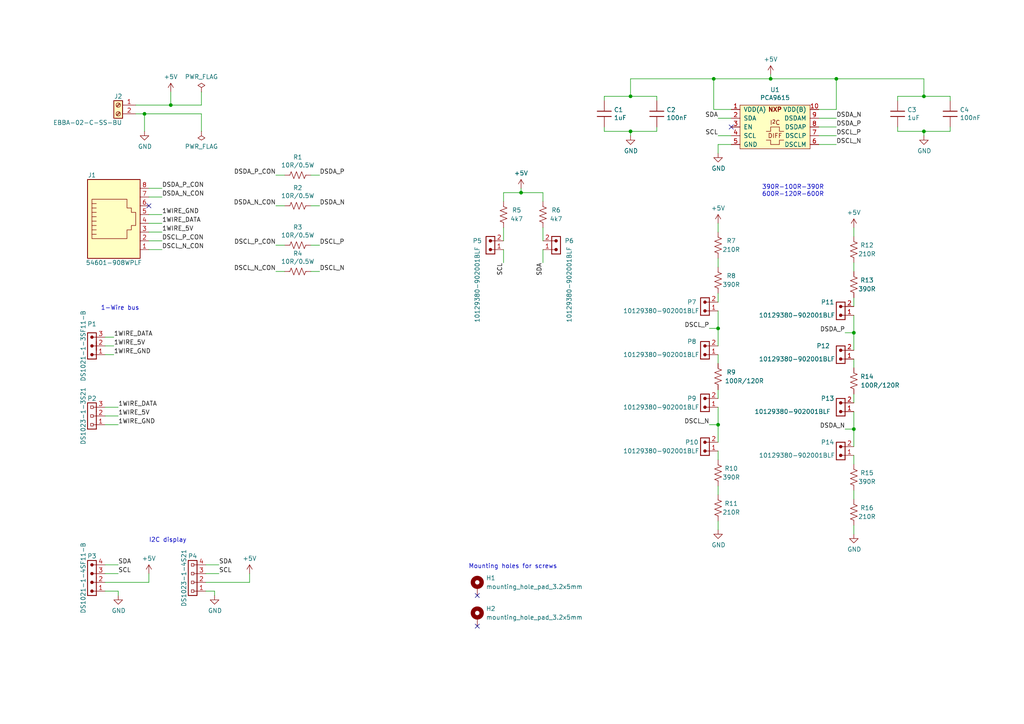
<source format=kicad_sch>
(kicad_sch (version 20230121) (generator eeschema)
  (paper "A4")
  (title_block (title "Testing board") (date "2023-07-28") (rev "v1.0") (company "Roman Labovsky (roman-labovsky.cz)"))
  (lib_symbols
    (symbol "capacitor_smd_rl:c_1206" (pin_numbers hide) (pin_names (offset 1.016) hide)
      (property "Reference" "C" (at 0 3.81 0))
      (property "Value" "c_1206" (at 0 -3.81 0))
      (symbol "c_1206_1_1"
        (polyline (pts (xy -0.762 -2.032) (xy -0.762 2.032)) (stroke (width 0.254)))
        (polyline (pts (xy 0.762 -2.032) (xy 0.762 2.032)) (stroke (width 0.254)))
        (pin passive line (at -3.81 0 0) (length 2.8956) (name "~") (number "1"))
        (pin passive line (at 3.81 0 180) (length 2.8956) (name "~") (number "2"))
      )
    )
    (symbol "connector_pin_header_2.54mm_smd_rl:10129380-902001BLF" (pin_names (offset 1.016) hide)
      (property "Reference" "P" (at -1.27 2.54 0))
      (property "Value" "10129380-902001BLF" (at 13.97 0 0))
      (symbol "10129380-902001BLF_0_1"
        (circle (center -1.27 0) (radius 0.254) (stroke (width 0.4572)))
        (polyline (pts (xy -2.54 -1.27) (xy -2.54 1.27)) (stroke (width 0.254)))
        (polyline (pts (xy -2.54 -1.27) (xy 2.54 -1.27)) (stroke (width 0.254)))
        (polyline (pts (xy -1.27 -1.27) (xy -1.27 0)) (stroke (width 0.1524)))
        (polyline (pts (xy 1.27 -1.27) (xy 1.27 0)) (stroke (width 0.1524)))
        (polyline (pts (xy 2.54 -1.27) (xy 2.54 1.27) (xy -2.54 1.27)) (stroke (width 0.254)))
        (circle (center 1.27 0) (radius 0.254) (stroke (width 0.4572)))
      )
      (symbol "10129380-902001BLF_1_1"
        (pin passive line (at -1.27 -3.81 90) (length 2.54) (name "1") (number "1"))
        (pin passive line (at 1.27 -3.81 90) (length 2.54) (name "2") (number "2"))
      )
    )
    (symbol "connector_pin_header_2.54mm_tht_rl:DS1021-1-3SF11-B" (pin_names (offset 1.016) hide)
      (property "Reference" "P" (at -2.54 2.54 0))
      (property "Value" "DS1021-1-3SF11-B" (at 13.97 0 0))
      (symbol "DS1021-1-3SF11-B_1_1"
        (circle (center -2.54 0) (radius 0.254) (stroke (width 0.4572)))
        (polyline (pts (xy -3.81 -1.27) (xy -3.81 1.27)) (stroke (width 0.254)))
        (polyline (pts (xy -3.81 -1.27) (xy 1.27 -1.27)) (stroke (width 0.254)))
        (polyline (pts (xy -2.54 -1.27) (xy -2.54 0)) (stroke (width 0.1524)))
        (polyline (pts (xy 0 -1.27) (xy 0 0)) (stroke (width 0.1524)))
        (polyline (pts (xy 2.54 -1.27) (xy 2.54 0)) (stroke (width 0.1524)))
        (polyline (pts (xy -1.27 -1.27) (xy 3.81 -1.27) (xy 3.81 1.27) (xy -3.81 1.27)) (stroke (width 0.254)))
        (circle (center 0 0) (radius 0.254) (stroke (width 0.4572)))
        (circle (center 2.54 0) (radius 0.254) (stroke (width 0.4572)))
        (pin passive line (at -2.54 -3.81 90) (length 2.54) (name "1") (number "1"))
        (pin passive line (at 0 -3.81 90) (length 2.54) (name "2") (number "2"))
        (pin passive line (at 2.54 -3.81 90) (length 2.54) (name "3") (number "3"))
      )
    )
    (symbol "connector_pin_header_2.54mm_tht_rl:DS1021-1-4SF11-B" (pin_names (offset 1.016) hide)
      (property "Reference" "P" (at -3.81 2.54 0))
      (property "Value" "DS1021-1-4SF11-B" (at 15.24 0 0))
      (symbol "DS1021-1-4SF11-B_0_1"
        (polyline (pts (xy 0 -1.27) (xy 5.08 -1.27) (xy 5.08 1.27) (xy -5.08 1.27)) (stroke (width 0.254)))
      )
      (symbol "DS1021-1-4SF11-B_1_1"
        (circle (center -3.81 0) (radius 0.254) (stroke (width 0.4572)))
        (circle (center -1.27 0) (radius 0.254) (stroke (width 0.4572)))
        (polyline (pts (xy -5.08 -1.27) (xy -5.08 1.27)) (stroke (width 0.254)))
        (polyline (pts (xy -5.08 -1.27) (xy 0 -1.27)) (stroke (width 0.254)))
        (polyline (pts (xy -3.81 -1.27) (xy -3.81 0)) (stroke (width 0.1524)))
        (polyline (pts (xy -1.27 -1.27) (xy -1.27 0)) (stroke (width 0.1524)))
        (polyline (pts (xy 1.27 -1.27) (xy 1.27 0)) (stroke (width 0.1524)))
        (polyline (pts (xy 3.81 -1.27) (xy 3.81 0)) (stroke (width 0.1524)))
        (circle (center 1.27 0) (radius 0.254) (stroke (width 0.4572)))
        (circle (center 3.81 0) (radius 0.254) (stroke (width 0.4572)))
        (pin passive line (at -3.81 -3.81 90) (length 2.54) (name "1") (number "1"))
        (pin passive line (at -1.27 -3.81 90) (length 2.54) (name "2") (number "2"))
        (pin passive line (at 1.27 -3.81 90) (length 2.54) (name "3") (number "3"))
        (pin passive line (at 3.81 -3.81 90) (length 2.54) (name "4") (number "4"))
      )
    )
    (symbol "connector_pin_socket_2.54mm_tht_rl:DS1023-1-3S21" (pin_names (offset 1.016) hide)
      (property "Reference" "P" (at -2.54 2.54 0))
      (property "Value" "DS1023-1-3S21" (at 12.7 0 0))
      (symbol "DS1023-1-3S21_0_1"
        (rectangle (start -2.921 0.381) (end -2.159 -0.381))
        (rectangle (start -0.381 0.381) (end 0.381 -0.381))
        (polyline (pts (xy -3.81 1.27) (xy 3.81 1.27) (xy 3.81 -1.27) (xy 1.27 -1.27)) (stroke (width 0.254)))
        (rectangle (start 2.159 0.381) (end 2.921 -0.381))
      )
      (symbol "DS1023-1-3S21_1_1"
        (polyline (pts (xy -3.81 -1.27) (xy -3.81 1.27)) (stroke (width 0.254)))
        (polyline (pts (xy -3.81 -1.27) (xy 1.27 -1.27)) (stroke (width 0.254)))
        (polyline (pts (xy -2.54 -1.27) (xy -2.54 -0.381)) (stroke (width 0.1524)))
        (polyline (pts (xy 0 -1.27) (xy 0 -0.381)) (stroke (width 0.1524)))
        (polyline (pts (xy 2.54 -1.27) (xy 2.54 -0.381)) (stroke (width 0.1524)))
        (pin passive line (at -2.54 -3.81 90) (length 2.54) (name "1") (number "1"))
        (pin passive line (at 0 -3.81 90) (length 2.54) (name "2") (number "2"))
        (pin passive line (at 2.54 -3.81 90) (length 2.54) (name "3") (number "3"))
      )
    )
    (symbol "connector_pin_socket_2.54mm_tht_rl:DS1023-1-4S21" (pin_names (offset 1.016) hide)
      (property "Reference" "P" (at -3.81 2.54 0))
      (property "Value" "DS1023-1-4S21" (at 13.97 0 0))
      (symbol "DS1023-1-4S21_0_1"
        (rectangle (start -4.191 0.381) (end -3.429 -0.381))
        (rectangle (start -1.651 0.381) (end -0.889 -0.381))
        (rectangle (start 0.889 0.381) (end 1.651 -0.381))
        (rectangle (start 3.429 0.381) (end 4.191 -0.381))
      )
      (symbol "DS1023-1-4S21_1_1"
        (rectangle (start -5.08 1.27) (end 5.08 -1.27) (stroke (width 0.254)))
        (polyline (pts (xy -3.81 -1.27) (xy -3.81 -0.381)) (stroke (width 0.1524)))
        (polyline (pts (xy -1.27 -1.27) (xy -1.27 -0.381)) (stroke (width 0.1524)))
        (polyline (pts (xy 1.27 -1.27) (xy 1.27 -0.381)) (stroke (width 0.1524)))
        (polyline (pts (xy 3.81 -1.27) (xy 3.81 -0.381)) (stroke (width 0.1524)))
        (pin passive line (at -3.81 -3.81 90) (length 2.54) (name "1") (number "1"))
        (pin passive line (at -1.27 -3.81 90) (length 2.54) (name "2") (number "2"))
        (pin passive line (at 1.27 -3.81 90) (length 2.54) (name "3") (number "3"))
        (pin passive line (at 3.81 -3.81 90) (length 2.54) (name "4") (number "4"))
      )
    )
    (symbol "connector_rj45_tht_rl:54601-908WPLF" (pin_names (offset 1.016))
      (property "Reference" "J" (at -6.35 12.7 0))
      (property "Value" "54601-908WPLF" (at -5.08 -12.7 0))
      (symbol "54601-908WPLF_1_1"
        (polyline (pts (xy -5.08 3.175) (xy -6.35 3.175)))
        (polyline (pts (xy -5.08 4.445) (xy -6.35 4.445)))
        (polyline (pts (xy -6.35 -4.445) (xy -5.08 -4.445) (xy -5.08 -4.445)))
        (polyline (pts (xy -6.35 -3.175) (xy -5.08 -3.175) (xy -5.08 -3.175)))
        (polyline (pts (xy -6.35 -1.905) (xy -5.08 -1.905) (xy -5.08 -1.905)))
        (polyline (pts (xy -6.35 -0.635) (xy -5.08 -0.635) (xy -5.08 -0.635)))
        (polyline (pts (xy -6.35 0.635) (xy -5.08 0.635) (xy -5.08 0.635)))
        (polyline (pts (xy -5.08 1.905) (xy -6.35 1.905) (xy -6.35 1.905)))
        (polyline (pts (xy -6.35 -5.715) (xy -6.35 5.715) (xy 3.81 5.715) (xy 3.81 3.175) (xy 5.08 3.175) (xy 5.08 1.905) (xy 6.35 1.905) (xy 6.35 -1.905) (xy 5.08 -1.905) (xy 5.08 -3.175) (xy 3.81 -3.175) (xy 3.81 -5.715) (xy -6.35 -5.715) (xy -6.35 -5.715)))
        (rectangle (start 7.62 11.43) (end -7.62 -11.43) (stroke (width 0.254)) (fill (type background)))
        (pin passive line (at 10.16 -8.89 180) (length 2.54) (name "~") (number "1"))
        (pin passive line (at 10.16 -6.35 180) (length 2.54) (name "~") (number "2"))
        (pin passive line (at 10.16 -3.81 180) (length 2.54) (name "~") (number "3"))
        (pin passive line (at 10.16 -1.27 180) (length 2.54) (name "~") (number "4"))
        (pin passive line (at 10.16 1.27 180) (length 2.54) (name "~") (number "5"))
        (pin passive line (at 10.16 3.81 180) (length 2.54) (name "~") (number "6"))
        (pin passive line (at 10.16 6.35 180) (length 2.54) (name "~") (number "7"))
        (pin passive line (at 10.16 8.89 180) (length 2.54) (name "~") (number "8"))
      )
    )
    (symbol "interface_i2c_rl:PCA9615" (pin_names (offset 1.016))
      (property "Reference" "U" (at -8.89 7.62 0))
      (property "Value" "PCA9615" (at 6.35 -7.62 0))
      (symbol "PCA9615_0_0"
        (text "" (at -100.33 -17.78 0) (effects (font (size 1.27 1.27))))
      )
      (symbol "PCA9615_0_1"
        (rectangle (start -10.16 6.35) (end 10.16 -6.35) (fill (type background)))
      )
      (symbol "PCA9615_1_1"
        (polyline (pts (xy -2.54 -1.27) (xy -1.27 -1.27) (xy -1.27 0) (xy 1.27 0) (xy 1.27 -1.27) (xy 2.54 -1.27)))
        (polyline (pts (xy -2.54 -3.81) (xy -1.27 -3.81) (xy -1.27 -5.08) (xy 0 -5.08) (xy 1.27 -5.08) (xy 1.27 -3.81) (xy 2.54 -3.81)))
        (text "DIFF" (at 0 -2.54 0) (effects (font (size 1.27 1.27))))
        (text "I^{2}C" (at 0 1.27 0) (effects (font (size 1.27 1.27))))
        (text "NXP" (at 0 5.08 0) (effects (font (size 1.27 1.27) bold)))
        (pin power_in line (at -12.7 5.08 0) (length 2.54) (name "VDD(A)") (number "1"))
        (pin power_in line (at 12.7 5.08 180) (length 2.54) (name "VDD(B)") (number "10"))
        (pin bidirectional line (at -12.7 2.54 0) (length 2.54) (name "SDA") (number "2"))
        (pin input line (at -12.7 0 0) (length 2.54) (name "EN") (number "3"))
        (pin bidirectional line (at -12.7 -2.54 0) (length 2.54) (name "SCL") (number "4"))
        (pin power_in line (at -12.7 -5.08 0) (length 2.54) (name "GND") (number "5"))
        (pin bidirectional line (at 12.7 -5.08 180) (length 2.54) (name "DSCLM") (number "6"))
        (pin bidirectional line (at 12.7 -2.54 180) (length 2.54) (name "DSCLP") (number "7"))
        (pin bidirectional line (at 12.7 0 180) (length 2.54) (name "DSDAP") (number "8"))
        (pin bidirectional line (at 12.7 2.54 180) (length 2.54) (name "DSDAM") (number "9"))
      )
    )
    (symbol "mounting_hole_pad_rl:mounting_hole_pad_3.2x5mm" (pin_numbers hide) (pin_names (offset 1.016) hide) (in_bom no)
      (property "Reference" "H" (at 0 2.54 0))
      (property "Value" "mounting_hole_pad_3.2x5mm" (at 16.51 0 0))
      (symbol "mounting_hole_pad_3.2x5mm_1_1"
        (circle (center 0 0) (radius 1.27) (stroke (width 1.27)))
        (pin input line (at 0 -3.81 90) (length 2.54) (name "1") (number "1"))
      )
    )
    (symbol "power_rl:+5V" (power) (pin_numbers hide) (pin_names (offset 0))
      (property "Value" "+5V" (at 0 3.556 0))
      (symbol "+5V_1_1"
        (polyline (pts (xy -0.762 1.27) (xy 0 2.54)))
        (polyline (pts (xy 0 0) (xy 0 2.54)))
        (polyline (pts (xy 0 2.54) (xy 0.762 1.27)))
        (pin power_in line (at 0 0 90) (length 0) hide (name "+5V") (number "1"))
      )
    )
    (symbol "power_rl:GND" (power) (pin_names (offset 0))
      (property "Value" "GND" (at 0 -2.54 0))
      (symbol "GND_1_1"
        (polyline (pts (xy 0 1.27) (xy 0 0) (xy 1.27 0) (xy 0 -1.27) (xy -1.27 0) (xy 0 0)))
        (pin power_in line (at 0 1.27 270) (length 0) hide (name "GND") (number "1"))
      )
    )
    (symbol "power_rl:PWR_FLAG" (power) (pin_numbers hide) (pin_names (offset 0) hide)
      (property "Value" "PWR_FLAG" (at 0 3.81 0))
      (symbol "PWR_FLAG_0_0"
        (pin power_out line (at 0 0 90) (length 0) (name "pwr") (number "1"))
      )
      (symbol "PWR_FLAG_0_1"
        (polyline (pts (xy 0 0) (xy 0 1.27) (xy -1.016 1.905) (xy 0 2.54) (xy 1.016 1.905) (xy 0 1.27)))
      )
    )
    (symbol "resistor_smd_rl:r_1206_us" (pin_numbers hide) (pin_names hide)
      (property "Reference" "R" (at 0 2.032 0))
      (property "Value" "resistor_us" (at 0 -2.54 0))
      (symbol "r_1206_us_1_1"
        (polyline (pts (xy -2.286 0) (xy -2.54 0)))
        (polyline (pts (xy 2.286 0) (xy 2.54 0)))
        (polyline (pts (xy -2.286 0) (xy -1.905 1.016) (xy -1.524 0) (xy -1.143 -1.016) (xy -0.762 0)))
        (polyline (pts (xy -0.762 0) (xy -0.381 1.016) (xy 0 0) (xy 0.381 -1.016) (xy 0.762 0)))
        (polyline (pts (xy 0.762 0) (xy 1.143 1.016) (xy 1.524 0) (xy 1.905 -1.016) (xy 2.286 0)))
        (pin passive line (at -3.81 0 0) (length 1.27) (name "~") (number "1"))
        (pin passive line (at 3.81 0 180) (length 1.27) (name "~") (number "2"))
      )
    )
    (symbol "terminal_block_tht_rl:EBBA-02-C-SS-BU" (pin_names (offset 1.016) hide)
      (property "Reference" "J" (at 0 3.81 0))
      (property "Value" "EBBA-02-C-SS-BU" (at 0 -3.81 0))
      (symbol "EBBA-02-C-SS-BU_1_1"
        (rectangle (start -1.27 2.54) (end 1.27 -2.54) (stroke (width 0.254)) (fill (type background)))
        (circle (center 0 -1.27) (radius 0.635) (stroke (width 0.1524)))
        (polyline (pts (xy -0.5334 -0.9398) (xy 0.3302 -1.778)) (stroke (width 0.1524)))
        (polyline (pts (xy -0.5334 1.6002) (xy 0.3302 0.762)) (stroke (width 0.1524)))
        (polyline (pts (xy -0.3556 -0.762) (xy 0.508 -1.6002)) (stroke (width 0.1524)))
        (polyline (pts (xy -0.3556 1.778) (xy 0.508 0.9398)) (stroke (width 0.1524)))
        (circle (center 0 1.27) (radius 0.635) (stroke (width 0.1524)))
        (pin passive line (at -5.08 1.27 0) (length 3.81) (name "1") (number "1"))
        (pin passive line (at -5.08 -1.27 0) (length 3.81) (name "2") (number "2"))
      )
    )
  )
  (junction (at 247.65 96.52))
  (junction (at 49.53 30.48))
  (junction (at 267.97 27.94))
  (junction (at 267.97 38.1))
  (junction (at 242.57 22.86))
  (junction (at 151.13 55.88))
  (junction (at 41.91 33.02))
  (junction (at 182.88 38.1))
  (junction (at 247.65 124.46))
  (junction (at 208.28 95.25))
  (junction (at 208.28 123.19))
  (junction (at 207.01 22.86))
  (junction (at 182.88 27.94))
  (junction (at 223.52 22.86))
  (no_connect (at 138.43 181.61))
  (no_connect (at 43.18 59.69))
  (no_connect (at 212.09 36.83))
  (no_connect (at 138.43 172.72))
  (wire (pts (xy 247.65 154.94) (xy 247.65 152.4)))
  (wire (pts (xy 151.13 54.61) (xy 151.13 55.88)))
  (wire (pts (xy 190.5 38.1) (xy 190.5 36.83)))
  (wire (pts (xy 43.18 64.77) (xy 46.99 64.77)))
  (wire (pts (xy 182.88 38.1) (xy 190.5 38.1)))
  (wire (pts (xy 260.35 27.94) (xy 267.97 27.94)))
  (wire (pts (xy 30.48 97.79) (xy 33.02 97.79)))
  (wire (pts (xy 247.65 66.04) (xy 247.65 68.58)))
  (wire (pts (xy 157.48 72.39) (xy 157.48 76.2)))
  (wire (pts (xy 208.28 115.57) (xy 208.28 113.03)))
  (wire (pts (xy 247.65 116.84) (xy 247.65 114.3)))
  (wire (pts (xy 49.53 30.48) (xy 58.42 30.48)))
  (wire (pts (xy 237.49 39.37) (xy 242.57 39.37)))
  (wire (pts (xy 237.49 36.83) (xy 242.57 36.83)))
  (wire (pts (xy 58.42 30.48) (xy 58.42 26.67)))
  (wire (pts (xy 275.59 27.94) (xy 275.59 29.21)))
  (wire (pts (xy 146.05 69.85) (xy 146.05 66.04)))
  (wire (pts (xy 43.18 69.85) (xy 46.99 69.85)))
  (wire (pts (xy 82.55 71.12) (xy 80.01 71.12)))
  (wire (pts (xy 30.48 102.87) (xy 33.02 102.87)))
  (wire (pts (xy 267.97 22.86) (xy 267.97 27.94)))
  (wire (pts (xy 82.55 50.8) (xy 80.01 50.8)))
  (wire (pts (xy 157.48 69.85) (xy 157.48 66.04)))
  (wire (pts (xy 90.17 78.74) (xy 92.71 78.74)))
  (wire (pts (xy 208.28 143.51) (xy 208.28 140.97)))
  (wire (pts (xy 247.65 134.62) (xy 247.65 132.08)))
  (wire (pts (xy 237.49 31.75) (xy 242.57 31.75)))
  (wire (pts (xy 30.48 100.33) (xy 33.02 100.33)))
  (wire (pts (xy 208.28 90.17) (xy 208.28 95.25)))
  (wire (pts (xy 30.48 120.65) (xy 34.29 120.65)))
  (wire (pts (xy 41.91 33.02) (xy 41.91 38.1)))
  (wire (pts (xy 90.17 50.8) (xy 92.71 50.8)))
  (wire (pts (xy 43.18 54.61) (xy 46.99 54.61)))
  (wire (pts (xy 237.49 41.91) (xy 242.57 41.91)))
  (wire (pts (xy 212.09 41.91) (xy 208.28 41.91)))
  (wire (pts (xy 30.48 171.45) (xy 34.29 171.45)))
  (wire (pts (xy 59.69 163.83) (xy 63.5 163.83)))
  (wire (pts (xy 175.26 29.21) (xy 175.26 27.94)))
  (wire (pts (xy 212.09 31.75) (xy 207.01 31.75)))
  (wire (pts (xy 146.05 72.39) (xy 146.05 76.2)))
  (wire (pts (xy 245.11 96.52) (xy 247.65 96.52)))
  (wire (pts (xy 212.09 39.37) (xy 208.28 39.37)))
  (wire (pts (xy 260.35 29.21) (xy 260.35 27.94)))
  (wire (pts (xy 237.49 34.29) (xy 242.57 34.29)))
  (wire (pts (xy 30.48 163.83) (xy 34.29 163.83)))
  (wire (pts (xy 212.09 34.29) (xy 208.28 34.29)))
  (wire (pts (xy 34.29 172.72) (xy 34.29 171.45)))
  (wire (pts (xy 62.23 171.45) (xy 62.23 172.72)))
  (wire (pts (xy 208.28 77.47) (xy 208.28 74.93)))
  (wire (pts (xy 182.88 22.86) (xy 207.01 22.86)))
  (wire (pts (xy 146.05 58.42) (xy 146.05 55.88)))
  (wire (pts (xy 182.88 27.94) (xy 190.5 27.94)))
  (wire (pts (xy 58.42 33.02) (xy 58.42 38.1)))
  (wire (pts (xy 242.57 22.86) (xy 267.97 22.86)))
  (wire (pts (xy 30.48 123.19) (xy 34.29 123.19)))
  (wire (pts (xy 247.65 96.52) (xy 247.65 101.6)))
  (wire (pts (xy 151.13 55.88) (xy 157.48 55.88)))
  (wire (pts (xy 247.65 88.9) (xy 247.65 86.36)))
  (wire (pts (xy 30.48 166.37) (xy 34.29 166.37)))
  (wire (pts (xy 43.18 168.91) (xy 43.18 166.37)))
  (wire (pts (xy 43.18 67.31) (xy 46.99 67.31)))
  (wire (pts (xy 245.11 124.46) (xy 247.65 124.46)))
  (wire (pts (xy 208.28 123.19) (xy 208.28 118.11)))
  (wire (pts (xy 63.5 166.37) (xy 59.69 166.37)))
  (wire (pts (xy 39.37 33.02) (xy 41.91 33.02)))
  (wire (pts (xy 82.55 78.74) (xy 80.01 78.74)))
  (wire (pts (xy 49.53 30.48) (xy 49.53 26.67)))
  (wire (pts (xy 72.39 168.91) (xy 72.39 166.37)))
  (wire (pts (xy 208.28 128.27) (xy 208.28 123.19)))
  (wire (pts (xy 175.26 27.94) (xy 182.88 27.94)))
  (wire (pts (xy 267.97 27.94) (xy 275.59 27.94)))
  (wire (pts (xy 146.05 55.88) (xy 151.13 55.88)))
  (wire (pts (xy 90.17 71.12) (xy 92.71 71.12)))
  (wire (pts (xy 208.28 41.91) (xy 208.28 44.45)))
  (wire (pts (xy 247.65 91.44) (xy 247.65 96.52)))
  (wire (pts (xy 247.65 106.68) (xy 247.65 104.14)))
  (wire (pts (xy 260.35 38.1) (xy 267.97 38.1)))
  (wire (pts (xy 208.28 133.35) (xy 208.28 130.81)))
  (wire (pts (xy 157.48 55.88) (xy 157.48 58.42)))
  (wire (pts (xy 39.37 30.48) (xy 49.53 30.48)))
  (wire (pts (xy 205.74 95.25) (xy 208.28 95.25)))
  (wire (pts (xy 43.18 57.15) (xy 46.99 57.15)))
  (wire (pts (xy 223.52 22.86) (xy 242.57 22.86)))
  (wire (pts (xy 175.26 36.83) (xy 175.26 38.1)))
  (wire (pts (xy 205.74 123.19) (xy 208.28 123.19)))
  (wire (pts (xy 59.69 168.91) (xy 72.39 168.91)))
  (wire (pts (xy 247.65 124.46) (xy 247.65 119.38)))
  (wire (pts (xy 82.55 59.69) (xy 80.01 59.69)))
  (wire (pts (xy 207.01 22.86) (xy 223.52 22.86)))
  (wire (pts (xy 190.5 27.94) (xy 190.5 29.21)))
  (wire (pts (xy 275.59 38.1) (xy 275.59 36.83)))
  (wire (pts (xy 30.48 168.91) (xy 43.18 168.91)))
  (wire (pts (xy 260.35 36.83) (xy 260.35 38.1)))
  (wire (pts (xy 208.28 87.63) (xy 208.28 85.09)))
  (wire (pts (xy 223.52 21.59) (xy 223.52 22.86)))
  (wire (pts (xy 267.97 39.37) (xy 267.97 38.1)))
  (wire (pts (xy 267.97 38.1) (xy 275.59 38.1)))
  (wire (pts (xy 175.26 38.1) (xy 182.88 38.1)))
  (wire (pts (xy 207.01 31.75) (xy 207.01 22.86)))
  (wire (pts (xy 208.28 95.25) (xy 208.28 100.33)))
  (wire (pts (xy 41.91 33.02) (xy 58.42 33.02)))
  (wire (pts (xy 208.28 105.41) (xy 208.28 102.87)))
  (wire (pts (xy 43.18 62.23) (xy 46.99 62.23)))
  (wire (pts (xy 247.65 129.54) (xy 247.65 124.46)))
  (wire (pts (xy 90.17 59.69) (xy 92.71 59.69)))
  (wire (pts (xy 208.28 64.77) (xy 208.28 67.31)))
  (wire (pts (xy 59.69 171.45) (xy 62.23 171.45)))
  (wire (pts (xy 30.48 118.11) (xy 34.29 118.11)))
  (wire (pts (xy 247.65 78.74) (xy 247.65 76.2)))
  (wire (pts (xy 247.65 144.78) (xy 247.65 142.24)))
  (wire (pts (xy 182.88 39.37) (xy 182.88 38.1)))
  (wire (pts (xy 182.88 22.86) (xy 182.88 27.94)))
  (wire (pts (xy 43.18 72.39) (xy 46.99 72.39)))
  (wire (pts (xy 208.28 153.67) (xy 208.28 151.13)))
  (wire (pts (xy 242.57 31.75) (xy 242.57 22.86)))
  (text "1-Wire bus" (at 29.21 90.17 0) (effects (font (size 1.27 1.27)) (justify left bottom)))
  (text "Mounting holes for screws" (at 135.89 165.1 0) (effects (font (size 1.27 1.27)) (justify left bottom)))
  (text "I2C display" (at 43.18 157.48 0) (effects (font (size 1.27 1.27)) (justify left bottom)))
  (text "390R-100R-390R\n600R-120R-600R" (at 220.98 57.15 0) (effects (font (size 1.27 1.27)) (justify left bottom)))
  (label "DSDA_N_CON" (at 80.01 59.69 180))
  (label "DSCL_P_CON" (at 46.99 69.85 0))
  (label "DSCL_N_CON" (at 46.99 72.39 0))
  (label "SDA" (at 157.48 76.2 270))
  (label "SDA" (at 34.29 163.83 0))
  (label "DSCL_P_CON" (at 80.01 71.12 180))
  (label "DSCL_N" (at 242.57 41.91 0))
  (label "SDA" (at 63.5 163.83 0))
  (label "1WIRE_DATA" (at 34.29 118.11 0))
  (label "DSDA_N" (at 92.71 59.69 0))
  (label "DSDA_P" (at 245.11 96.52 180))
  (label "DSDA_P_CON" (at 80.01 50.8 180))
  (label "SCL" (at 146.05 76.2 270))
  (label "1WIRE_GND" (at 33.02 102.87 0))
  (label "SCL" (at 34.29 166.37 0))
  (label "DSCL_P" (at 242.57 39.37 0))
  (label "DSDA_P_CON" (at 46.99 54.61 0))
  (label "SDA" (at 208.28 34.29 180))
  (label "DSDA_N_CON" (at 46.99 57.15 0))
  (label "1WIRE_DATA" (at 33.02 97.79 0))
  (label "DSDA_N" (at 245.11 124.46 180))
  (label "1WIRE_DATA" (at 46.99 64.77 0))
  (label "DSCL_P" (at 92.71 71.12 0))
  (label "DSCL_P" (at 205.74 95.25 180))
  (label "DSDA_P" (at 242.57 36.83 0))
  (label "1WIRE_5V" (at 33.02 100.33 0))
  (label "DSCL_N_CON" (at 80.01 78.74 180))
  (label "DSCL_N" (at 205.74 123.19 180))
  (label "SCL" (at 63.5 166.37 0))
  (label "DSDA_N" (at 242.57 34.29 0))
  (label "1WIRE_GND" (at 34.29 123.19 0))
  (label "SCL" (at 208.28 39.37 180))
  (label "DSCL_N" (at 92.71 78.74 0))
  (label "DSDA_P" (at 92.71 50.8 0))
  (label "1WIRE_5V" (at 46.99 67.31 0))
  (label "1WIRE_GND" (at 46.99 62.23 0))
  (label "1WIRE_5V" (at 34.29 120.65 0))
  (symbol (lib_id "connector_rj45_tht_rl:54601-908WPLF") (at 33.02 63.5 0) (unit 1)
    (property "Reference" "J1" (at 26.67 50.8 0))
    (property "Value" "54601-908WPLF" (at 33.02 76.2 0))
    (property "Footprint" "connector_rj45_tht_rl:54601-908WPLF" (effects hide))
    (property "Datasheet" "https://cdn.amphenol-cs.com/media/wysiwyg/files/drawing/c-bmj-0051.pdf" (effects hide))
  )
  (symbol (lib_id "interface_i2c_rl:PCA9615") (at 224.79 36.83 0) (unit 1)
    (property "Reference" "U1" (at 224.79 26.035 0))
    (property "Value" "PCA9615" (at 224.79 28.3464 0))
    (property "Footprint" "package_tssop_rl:tssop_10" (effects hide))
    (property "Datasheet" "https://www.nxp.com/docs/en/data-sheet/PCA9615.pdf" (effects hide))
    (property "Manufacture" "NXP Semiconductors" (effects hide))
    (property "Manufacturer" "NXP Semiconductors" (effects hide))
  )
  (symbol (lib_id "resistor_smd_rl:r_1206_us") (at 86.36 50.8 0) (unit 1)
    (property "Reference" "R1" (at 86.36 45.593 0))
    (property "Value" "10R/0.5W" (at 86.36 47.9044 0))
    (property "Footprint" "resistor_smd_rl:r_1206" (effects hide))
  )
  (symbol (lib_id "capacitor_smd_rl:c_1206") (at 190.5 33.02 270) (unit 1)
    (property "Reference" "C2" (at 193.294 31.8516 90) (effects (justify left)))
    (property "Value" "100nF" (at 193.294 34.163 90) (effects (justify left)))
    (property "Footprint" "capacitor_smd_rl:c_1206" (effects hide))
  )
  (symbol (lib_id "resistor_smd_rl:r_1206_us") (at 86.36 59.69 0) (unit 1)
    (property "Reference" "R2" (at 86.36 54.483 0))
    (property "Value" "10R/0.5W" (at 86.36 56.7944 0))
    (property "Footprint" "resistor_smd_rl:r_1206" (effects hide))
  )
  (symbol (lib_id "resistor_smd_rl:r_1206_us") (at 86.36 71.12 0) (unit 1)
    (property "Reference" "R3" (at 86.36 65.913 0))
    (property "Value" "10R/0.5W" (at 86.36 68.2244 0))
    (property "Footprint" "resistor_smd_rl:r_1206" (effects hide))
  )
  (symbol (lib_id "capacitor_smd_rl:c_1206") (at 175.26 33.02 270) (unit 1)
    (property "Reference" "C1" (at 178.054 31.8516 90) (effects (justify left)))
    (property "Value" "1uF" (at 178.054 34.163 90) (effects (justify left)))
    (property "Footprint" "capacitor_smd_rl:c_1206" (effects hide))
  )
  (symbol (lib_id "resistor_smd_rl:r_1206_us") (at 86.36 78.74 0) (unit 1)
    (property "Reference" "R4" (at 86.36 73.533 0))
    (property "Value" "10R/0.5W" (at 86.36 75.8444 0))
    (property "Footprint" "resistor_smd_rl:r_1206" (effects hide))
  )
  (symbol (lib_id "power_rl:GND") (at 182.88 40.64 0) (unit 1)
    (property "Reference" "#PWR0101" (effects hide))
    (property "Value" "GND" (at 183.007 43.7642 0))
  )
  (symbol (lib_id "capacitor_smd_rl:c_1206") (at 275.59 33.02 270) (unit 1)
    (property "Reference" "C4" (at 278.384 31.8516 90) (effects (justify left)))
    (property "Value" "100nF" (at 278.384 34.163 90) (effects (justify left)))
    (property "Footprint" "capacitor_smd_rl:c_1206" (effects hide))
  )
  (symbol (lib_id "capacitor_smd_rl:c_1206") (at 260.35 33.02 270) (unit 1)
    (property "Reference" "C3" (at 263.144 31.8516 90) (effects (justify left)))
    (property "Value" "1uF" (at 263.144 34.163 90) (effects (justify left)))
    (property "Footprint" "capacitor_smd_rl:c_1206" (effects hide))
  )
  (symbol (lib_id "power_rl:GND") (at 267.97 40.64 0) (unit 1)
    (property "Reference" "#PWR0102" (effects hide))
    (property "Value" "GND" (at 268.097 43.7642 0))
  )
  (symbol (lib_id "power_rl:GND") (at 208.28 45.72 0) (unit 1)
    (property "Reference" "#PWR0103" (effects hide))
    (property "Value" "GND" (at 208.407 48.8442 0))
  )
  (symbol (lib_id "resistor_smd_rl:r_1206_us") (at 146.05 62.23 270) (unit 1)
    (property "Reference" "R5" (at 149.86 60.96 90))
    (property "Value" "4k7" (at 149.86 63.5 90))
    (property "Footprint" "resistor_smd_rl:r_1206" (effects hide))
  )
  (symbol (lib_id "resistor_smd_rl:r_1206_us") (at 157.48 62.23 270) (unit 1)
    (property "Reference" "R6" (at 161.29 60.96 90))
    (property "Value" "4k7" (at 161.29 63.5 90))
    (property "Footprint" "resistor_smd_rl:r_1206" (effects hide))
  )
  (symbol (lib_id "power_rl:+5V") (at 223.52 21.59 0) (unit 1)
    (property "Reference" "#PWR0104" (effects hide))
    (property "Value" "+5V" (at 223.52 17.1958 0))
  )
  (symbol (lib_id "power_rl:+5V") (at 151.13 54.61 0) (unit 1)
    (property "Reference" "#PWR0105" (effects hide))
    (property "Value" "+5V" (at 151.13 50.2158 0))
  )
  (symbol (lib_id "connector_pin_header_2.54mm_smd_rl:10129380-902001BLF") (at 142.24 71.12 90) (unit 1)
    (property "Reference" "P5" (at 138.43 69.85 90))
    (property "Value" "10129380-902001BLF" (at 138.43 82.55 0))
    (property "Footprint" "connector_pin_header_2.54mm_smd_rl:1x2_pin_header_2.54mm_vertical" (effects hide))
    (property "Datasheet" "https://cdn.amphenol-cs.com/media/wysiwyg/files/drawing/10129380.pdf" (effects hide))
  )
  (symbol (lib_id "connector_pin_header_2.54mm_smd_rl:10129380-902001BLF") (at 161.29 71.12 270) (mirror x) (unit 1)
    (property "Reference" "P6" (at 165.1 69.85 90))
    (property "Value" "10129380-902001BLF" (at 165.1 82.55 0))
    (property "Footprint" "connector_pin_header_2.54mm_smd_rl:1x2_pin_header_2.54mm_vertical" (effects hide))
    (property "Datasheet" "https://cdn.amphenol-cs.com/media/wysiwyg/files/drawing/10129380.pdf" (effects hide))
  )
  (symbol (lib_id "connector_pin_socket_2.54mm_tht_rl:DS1023-1-3S21") (at 26.67 120.65 90) (unit 1)
    (property "Reference" "P2" (at 26.67 115.57 90))
    (property "Value" "DS1023-1-3S21" (at 24.13 120.65 0))
    (property "Footprint" "connector_pin_socket_2.54mm_tht_rl:1x3_pin_socket_2.54mm_vertical_8.5mm" (effects hide))
    (property "Datasheet" "http://en.connfly.group/static/upload/file/pdf/DS1023.pdf" (effects hide))
  )
  (symbol (lib_id "connector_pin_socket_2.54mm_tht_rl:DS1023-1-4S21") (at 55.88 167.64 90) (unit 1)
    (property "Reference" "P4" (at 55.88 161.29 90))
    (property "Value" "DS1023-1-4S21" (at 53.34 167.64 0))
    (property "Footprint" "connector_pin_socket_2.54mm_tht_rl:1x4_pin_socket_2.54mm_vertical_8.5mm" (effects hide))
    (property "Datasheet" "http://en.connfly.group/static/upload/file/pdf/DS1023.pdf" (effects hide))
  )
  (symbol (lib_id "power_rl:+5V") (at 72.39 166.37 0) (unit 1)
    (property "Reference" "#PWR0114" (effects hide))
    (property "Value" "+5V" (at 72.39 161.9758 0))
  )
  (symbol (lib_id "power_rl:GND") (at 62.23 173.99 0) (unit 1)
    (property "Reference" "#PWR0115" (effects hide))
    (property "Value" "GND" (at 62.357 177.1142 0))
  )
  (symbol (lib_id "resistor_smd_rl:r_1206_us") (at 208.28 71.12 270) (unit 1)
    (property "Reference" "R7" (at 212.09 69.85 90))
    (property "Value" "210R" (at 212.09 72.39 90))
    (property "Footprint" "resistor_smd_rl:r_1206" (effects hide))
  )
  (symbol (lib_id "resistor_smd_rl:r_1206_us") (at 208.28 81.28 270) (unit 1)
    (property "Reference" "R8" (at 212.09 80.01 90))
    (property "Value" "390R" (at 212.09 82.55 90))
    (property "Footprint" "resistor_smd_rl:r_1206" (effects hide))
  )
  (symbol (lib_id "power_rl:+5V") (at 208.28 64.77 0) (unit 1)
    (property "Reference" "#PWR0107" (effects hide))
    (property "Value" "+5V" (at 208.28 60.3758 0))
  )
  (symbol (lib_id "connector_pin_header_2.54mm_smd_rl:10129380-902001BLF") (at 204.47 88.9 90) (unit 1)
    (property "Reference" "P7" (at 200.66 87.63 90))
    (property "Value" "10129380-902001BLF" (at 191.77 90.17 90))
    (property "Footprint" "connector_pin_header_2.54mm_smd_rl:1x2_pin_header_2.54mm_vertical" (effects hide))
    (property "Datasheet" "https://cdn.amphenol-cs.com/media/wysiwyg/files/drawing/10129380.pdf" (effects hide))
  )
  (symbol (lib_id "connector_pin_header_2.54mm_smd_rl:10129380-902001BLF") (at 204.47 101.6 90) (unit 1)
    (property "Reference" "P8" (at 200.66 99.06 90))
    (property "Value" "10129380-902001BLF" (at 191.77 102.87 90))
    (property "Footprint" "connector_pin_header_2.54mm_smd_rl:1x2_pin_header_2.54mm_vertical" (effects hide))
    (property "Datasheet" "https://cdn.amphenol-cs.com/media/wysiwyg/files/drawing/10129380.pdf" (effects hide))
  )
  (symbol (lib_id "resistor_smd_rl:r_1206_us") (at 208.28 109.22 270) (unit 1)
    (property "Reference" "R9" (at 212.09 107.95 90))
    (property "Value" "100R/120R" (at 215.9 110.49 90))
    (property "Footprint" "resistor_smd_rl:r_1206" (effects hide))
  )
  (symbol (lib_id "connector_pin_header_2.54mm_smd_rl:10129380-902001BLF") (at 204.47 116.84 90) (unit 1)
    (property "Reference" "P9" (at 200.66 115.57 90))
    (property "Value" "10129380-902001BLF" (at 191.77 118.11 90))
    (property "Footprint" "connector_pin_header_2.54mm_smd_rl:1x2_pin_header_2.54mm_vertical" (effects hide))
    (property "Datasheet" "https://cdn.amphenol-cs.com/media/wysiwyg/files/drawing/10129380.pdf" (effects hide))
  )
  (symbol (lib_id "connector_pin_header_2.54mm_smd_rl:10129380-902001BLF") (at 204.47 129.54 90) (unit 1)
    (property "Reference" "P10" (at 200.66 128.27 90))
    (property "Value" "10129380-902001BLF" (at 191.77 130.81 90))
    (property "Footprint" "connector_pin_header_2.54mm_smd_rl:1x2_pin_header_2.54mm_vertical" (effects hide))
    (property "Datasheet" "https://cdn.amphenol-cs.com/media/wysiwyg/files/drawing/10129380.pdf" (effects hide))
  )
  (symbol (lib_id "resistor_smd_rl:r_1206_us") (at 208.28 137.16 270) (unit 1)
    (property "Reference" "R10" (at 212.09 135.89 90))
    (property "Value" "390R" (at 212.09 138.43 90))
    (property "Footprint" "resistor_smd_rl:r_1206" (effects hide))
  )
  (symbol (lib_id "resistor_smd_rl:r_1206_us") (at 208.28 147.32 270) (unit 1)
    (property "Reference" "R11" (at 212.09 146.05 90))
    (property "Value" "210R" (at 212.09 148.59 90))
    (property "Footprint" "resistor_smd_rl:r_1206" (effects hide))
  )
  (symbol (lib_id "power_rl:GND") (at 208.28 154.94 0) (unit 1)
    (property "Reference" "#PWR0108" (effects hide))
    (property "Value" "GND" (at 208.407 158.0642 0))
  )
  (symbol (lib_id "resistor_smd_rl:r_1206_us") (at 247.65 72.39 270) (unit 1)
    (property "Reference" "R12" (at 251.46 71.12 90))
    (property "Value" "210R" (at 251.46 73.66 90))
    (property "Footprint" "resistor_smd_rl:r_1206" (effects hide))
  )
  (symbol (lib_id "resistor_smd_rl:r_1206_us") (at 247.65 82.55 270) (unit 1)
    (property "Reference" "R13" (at 251.46 81.28 90))
    (property "Value" "390R" (at 251.46 83.82 90))
    (property "Footprint" "resistor_smd_rl:r_1206" (effects hide))
  )
  (symbol (lib_id "power_rl:+5V") (at 247.65 66.04 0) (unit 1)
    (property "Reference" "#PWR0109" (effects hide))
    (property "Value" "+5V" (at 247.65 61.6458 0))
  )
  (symbol (lib_id "connector_pin_header_2.54mm_smd_rl:10129380-902001BLF") (at 243.84 90.17 90) (unit 1)
    (property "Reference" "P11" (at 240.03 87.63 90))
    (property "Value" "10129380-902001BLF" (at 231.14 91.44 90))
    (property "Footprint" "connector_pin_header_2.54mm_smd_rl:1x2_pin_header_2.54mm_vertical" (effects hide))
    (property "Datasheet" "https://cdn.amphenol-cs.com/media/wysiwyg/files/drawing/10129380.pdf" (effects hide))
  )
  (symbol (lib_id "connector_pin_header_2.54mm_smd_rl:10129380-902001BLF") (at 243.84 102.87 90) (unit 1)
    (property "Reference" "P12" (at 238.76 100.33 90))
    (property "Value" "10129380-902001BLF" (at 231.14 104.14 90))
    (property "Footprint" "connector_pin_header_2.54mm_smd_rl:1x2_pin_header_2.54mm_vertical" (effects hide))
    (property "Datasheet" "https://cdn.amphenol-cs.com/media/wysiwyg/files/drawing/10129380.pdf" (effects hide))
  )
  (symbol (lib_id "resistor_smd_rl:r_1206_us") (at 247.65 110.49 270) (unit 1)
    (property "Reference" "R14" (at 251.46 109.22 90))
    (property "Value" "100R/120R" (at 255.27 111.76 90))
    (property "Footprint" "resistor_smd_rl:r_1206" (effects hide))
  )
  (symbol (lib_id "connector_pin_header_2.54mm_smd_rl:10129380-902001BLF") (at 243.84 118.11 90) (unit 1)
    (property "Reference" "P13" (at 240.03 115.57 90))
    (property "Value" "10129380-902001BLF" (at 229.87 119.38 90))
    (property "Footprint" "connector_pin_header_2.54mm_smd_rl:1x2_pin_header_2.54mm_vertical" (effects hide))
    (property "Datasheet" "https://cdn.amphenol-cs.com/media/wysiwyg/files/drawing/10129380.pdf" (effects hide))
  )
  (symbol (lib_id "connector_pin_header_2.54mm_smd_rl:10129380-902001BLF") (at 243.84 130.81 90) (unit 1)
    (property "Reference" "P14" (at 240.03 128.27 90))
    (property "Value" "10129380-902001BLF" (at 231.14 132.08 90))
    (property "Footprint" "connector_pin_header_2.54mm_smd_rl:1x2_pin_header_2.54mm_vertical" (effects hide))
    (property "Datasheet" "https://cdn.amphenol-cs.com/media/wysiwyg/files/drawing/10129380.pdf" (effects hide))
  )
  (symbol (lib_id "resistor_smd_rl:r_1206_us") (at 247.65 138.43 270) (unit 1)
    (property "Reference" "R15" (at 251.46 137.16 90))
    (property "Value" "390R" (at 251.46 139.7 90))
    (property "Footprint" "resistor_smd_rl:r_1206" (effects hide))
  )
  (symbol (lib_id "resistor_smd_rl:r_1206_us") (at 247.65 148.59 270) (unit 1)
    (property "Reference" "R16" (at 251.46 147.32 90))
    (property "Value" "210R" (at 251.46 149.86 90))
    (property "Footprint" "resistor_smd_rl:r_1206" (effects hide))
  )
  (symbol (lib_id "power_rl:GND") (at 247.65 156.21 0) (unit 1)
    (property "Reference" "#PWR0110" (effects hide))
    (property "Value" "GND" (at 247.777 159.3342 0))
  )
  (symbol (lib_id "connector_pin_header_2.54mm_tht_rl:DS1021-1-4SF11-B") (at 26.67 167.64 90) (unit 1)
    (property "Reference" "P3" (at 26.67 161.29 90))
    (property "Value" "DS1021-1-4SF11-B" (at 24.13 167.64 0))
    (property "Footprint" "connector_pin_header_2.54mm_tht_rl:1x4_pin_header_2.54mm_vertical" (effects hide))
    (property "Datasheet" "http://en.connfly.group/static/upload/file/pdf/DS1021.pdf" (effects hide))
  )
  (symbol (lib_id "power_rl:GND") (at 34.29 173.99 0) (unit 1)
    (property "Reference" "#PWR0111" (effects hide))
    (property "Value" "GND" (at 34.417 177.1142 0))
  )
  (symbol (lib_id "power_rl:+5V") (at 43.18 166.37 0) (unit 1)
    (property "Reference" "#PWR0112" (effects hide))
    (property "Value" "+5V" (at 43.18 161.9758 0))
  )
  (symbol (lib_id "power_rl:PWR_FLAG") (at 58.42 26.67 0) (unit 1)
    (property "Reference" "#FLG0101" (effects hide))
    (property "Value" "PWR_FLAG" (at 58.42 22.2758 0))
  )
  (symbol (lib_id "power_rl:PWR_FLAG") (at 58.42 38.1 180) (unit 1)
    (property "Reference" "#FLG0102" (effects hide))
    (property "Value" "PWR_FLAG" (at 58.42 42.4942 0))
  )
  (symbol (lib_id "connector_pin_header_2.54mm_tht_rl:DS1021-1-3SF11-B") (at 26.67 100.33 90) (unit 1)
    (property "Reference" "P1" (at 26.67 93.98 90))
    (property "Value" "DS1021-1-3SF11-B" (at 24.13 100.33 0))
    (property "Footprint" "connector_pin_header_2.54mm_tht_rl:1x3_pin_header_2.54mm_vertical" (effects hide))
    (property "Datasheet" "http://en.connfly.group/static/upload/file/pdf/DS1021.pdf" (effects hide))
  )
  (symbol (lib_id "terminal_block_tht_rl:EBBA-02-C-SS-BU") (at 34.29 31.75 0) (mirror y) (unit 1)
    (property "Reference" "J2" (at 34.29 27.94 0))
    (property "Value" "EBBA-02-C-SS-BU" (at 25.4 35.56 0))
    (property "Footprint" "terminal_block_tht_rl:EBBA-02-C-SS-BU" (effects hide))
    (property "Datasheet" "https://app.adam-tech.com/products/download/data_sheet/204164/ebba-xx-c-ss-bu-data-sheet.pdf" (effects hide))
  )
  (symbol (lib_id "power_rl:+5V") (at 49.53 26.67 0) (unit 1)
    (property "Reference" "#PWR0106" (effects hide))
    (property "Value" "+5V" (at 49.53 22.2758 0))
  )
  (symbol (lib_id "power_rl:GND") (at 41.91 39.37 0) (unit 1)
    (property "Reference" "#PWR0113" (effects hide))
    (property "Value" "GND" (at 42.037 42.4942 0))
  )
  (symbol (lib_id "mounting_hole_pad_rl:mounting_hole_pad_3.2x5mm") (at 138.43 177.8 0) (unit 1) (in_bom no)
    (property "Reference" "H2" (at 140.97 176.53 0) (effects (justify left)))
    (property "Value" "mounting_hole_pad_3.2x5mm" (at 140.97 179.07 0) (effects (justify left)))
    (property "Footprint" "mounting_hole_pad_rl:mounting_hole_pad_3.2x5mm" (effects hide))
  )
  (symbol (lib_id "mounting_hole_pad_rl:mounting_hole_pad_3.2x5mm") (at 138.43 168.91 0) (unit 1) (in_bom no)
    (property "Reference" "H1" (at 140.97 167.64 0) (effects (justify left)))
    (property "Value" "mounting_hole_pad_3.2x5mm" (at 140.97 170.18 0) (effects (justify left)))
    (property "Footprint" "mounting_hole_pad_rl:mounting_hole_pad_3.2x5mm" (effects hide))
  )
)
</source>
